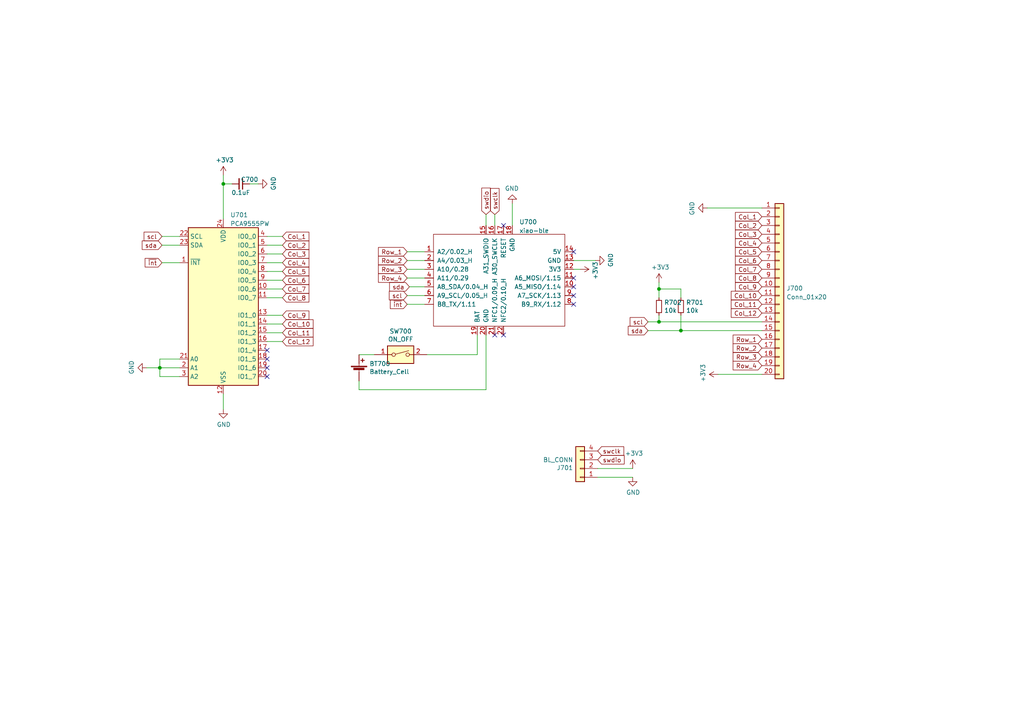
<source format=kicad_sch>
(kicad_sch (version 20211123) (generator eeschema)
  (paper "A4")
  (lib_symbols
    (symbol "Connector_Generic:Conn_01x04" (pin_names (offset 1.016) hide)
      (property "Reference" "J" (at 0 5.08 0))
      (property "Value" "Conn_01x04" (at 0 -7.62 0))
      (symbol "Conn_01x04_1_1"
        (rectangle (start -1.27 -4.953) (end 0 -5.207) (stroke (width 0.1524)))
        (rectangle (start -1.27 -2.413) (end 0 -2.667) (stroke (width 0.1524)))
        (rectangle (start -1.27 0.127) (end 0 -0.127) (stroke (width 0.1524)))
        (rectangle (start -1.27 2.667) (end 0 2.413) (stroke (width 0.1524)))
        (rectangle (start -1.27 3.81) (end 1.27 -6.35) (stroke (width 0.254)) (fill (type background)))
        (pin passive line (at -5.08 2.54 0) (length 3.81) (name "Pin_1") (number "1"))
        (pin passive line (at -5.08 0 0) (length 3.81) (name "Pin_2") (number "2"))
        (pin passive line (at -5.08 -2.54 0) (length 3.81) (name "Pin_3") (number "3"))
        (pin passive line (at -5.08 -5.08 0) (length 3.81) (name "Pin_4") (number "4"))
      )
    )
    (symbol "Connector_Generic:Conn_01x20" (pin_names (offset 1.016) hide)
      (property "Reference" "J" (at 0 25.4 0))
      (property "Value" "Conn_01x20" (at 0 -27.94 0))
      (symbol "Conn_01x20_1_1"
        (rectangle (start -1.27 -25.273) (end 0 -25.527) (stroke (width 0.1524)))
        (rectangle (start -1.27 -22.733) (end 0 -22.987) (stroke (width 0.1524)))
        (rectangle (start -1.27 -20.193) (end 0 -20.447) (stroke (width 0.1524)))
        (rectangle (start -1.27 -17.653) (end 0 -17.907) (stroke (width 0.1524)))
        (rectangle (start -1.27 -15.113) (end 0 -15.367) (stroke (width 0.1524)))
        (rectangle (start -1.27 -12.573) (end 0 -12.827) (stroke (width 0.1524)))
        (rectangle (start -1.27 -10.033) (end 0 -10.287) (stroke (width 0.1524)))
        (rectangle (start -1.27 -7.493) (end 0 -7.747) (stroke (width 0.1524)))
        (rectangle (start -1.27 -4.953) (end 0 -5.207) (stroke (width 0.1524)))
        (rectangle (start -1.27 -2.413) (end 0 -2.667) (stroke (width 0.1524)))
        (rectangle (start -1.27 0.127) (end 0 -0.127) (stroke (width 0.1524)))
        (rectangle (start -1.27 2.667) (end 0 2.413) (stroke (width 0.1524)))
        (rectangle (start -1.27 5.207) (end 0 4.953) (stroke (width 0.1524)))
        (rectangle (start -1.27 7.747) (end 0 7.493) (stroke (width 0.1524)))
        (rectangle (start -1.27 10.287) (end 0 10.033) (stroke (width 0.1524)))
        (rectangle (start -1.27 12.827) (end 0 12.573) (stroke (width 0.1524)))
        (rectangle (start -1.27 15.367) (end 0 15.113) (stroke (width 0.1524)))
        (rectangle (start -1.27 17.907) (end 0 17.653) (stroke (width 0.1524)))
        (rectangle (start -1.27 20.447) (end 0 20.193) (stroke (width 0.1524)))
        (rectangle (start -1.27 22.987) (end 0 22.733) (stroke (width 0.1524)))
        (rectangle (start -1.27 24.13) (end 1.27 -26.67) (stroke (width 0.254)) (fill (type background)))
        (pin passive line (at -5.08 22.86 0) (length 3.81) (name "Pin_1") (number "1"))
        (pin passive line (at -5.08 0 0) (length 3.81) (name "Pin_10") (number "10"))
        (pin passive line (at -5.08 -2.54 0) (length 3.81) (name "Pin_11") (number "11"))
        (pin passive line (at -5.08 -5.08 0) (length 3.81) (name "Pin_12") (number "12"))
        (pin passive line (at -5.08 -7.62 0) (length 3.81) (name "Pin_13") (number "13"))
        (pin passive line (at -5.08 -10.16 0) (length 3.81) (name "Pin_14") (number "14"))
        (pin passive line (at -5.08 -12.7 0) (length 3.81) (name "Pin_15") (number "15"))
        (pin passive line (at -5.08 -15.24 0) (length 3.81) (name "Pin_16") (number "16"))
        (pin passive line (at -5.08 -17.78 0) (length 3.81) (name "Pin_17") (number "17"))
        (pin passive line (at -5.08 -20.32 0) (length 3.81) (name "Pin_18") (number "18"))
        (pin passive line (at -5.08 -22.86 0) (length 3.81) (name "Pin_19") (number "19"))
        (pin passive line (at -5.08 20.32 0) (length 3.81) (name "Pin_2") (number "2"))
        (pin passive line (at -5.08 -25.4 0) (length 3.81) (name "Pin_20") (number "20"))
        (pin passive line (at -5.08 17.78 0) (length 3.81) (name "Pin_3") (number "3"))
        (pin passive line (at -5.08 15.24 0) (length 3.81) (name "Pin_4") (number "4"))
        (pin passive line (at -5.08 12.7 0) (length 3.81) (name "Pin_5") (number "5"))
        (pin passive line (at -5.08 10.16 0) (length 3.81) (name "Pin_6") (number "6"))
        (pin passive line (at -5.08 7.62 0) (length 3.81) (name "Pin_7") (number "7"))
        (pin passive line (at -5.08 5.08 0) (length 3.81) (name "Pin_8") (number "8"))
        (pin passive line (at -5.08 2.54 0) (length 3.81) (name "Pin_9") (number "9"))
      )
    )
    (symbol "Device:Battery_Cell" (pin_numbers hide) (pin_names (offset 0) hide)
      (property "Reference" "BT" (at 2.54 2.54 0))
      (property "Value" "Battery_Cell" (at 2.54 0 0))
      (symbol "Battery_Cell_0_1"
        (rectangle (start -2.286 1.778) (end 2.286 1.524) (fill (type outline)))
        (rectangle (start -1.5748 1.1938) (end 1.4732 0.6858) (fill (type outline)))
        (polyline (pts (xy 0 0.762) (xy 0 0)))
        (polyline (pts (xy 0 1.778) (xy 0 2.54)))
        (polyline (pts (xy 0.508 3.429) (xy 1.524 3.429)) (stroke (width 0.254)))
        (polyline (pts (xy 1.016 3.937) (xy 1.016 2.921)) (stroke (width 0.254)))
      )
      (symbol "Battery_Cell_1_1"
        (pin passive line (at 0 5.08 270) (length 2.54) (name "+") (number "1"))
        (pin passive line (at 0 -2.54 90) (length 2.54) (name "-") (number "2"))
      )
    )
    (symbol "Device:C_Small" (pin_numbers hide) (pin_names (offset 0.254) hide)
      (property "Reference" "C" (at 0.254 1.778 0))
      (property "Value" "C_Small" (at 0.254 -2.032 0))
      (symbol "C_Small_0_1"
        (polyline (pts (xy -1.524 -0.508) (xy 1.524 -0.508)) (stroke (width 0.3302)))
        (polyline (pts (xy -1.524 0.508) (xy 1.524 0.508)) (stroke (width 0.3048)))
      )
      (symbol "C_Small_1_1"
        (pin passive line (at 0 2.54 270) (length 2.032) (name "~") (number "1"))
        (pin passive line (at 0 -2.54 90) (length 2.032) (name "~") (number "2"))
      )
    )
    (symbol "Device:R_Small" (pin_numbers hide) (pin_names (offset 0.254) hide)
      (property "Reference" "R" (at 0.762 0.508 0))
      (property "Value" "R_Small" (at 0.762 -1.016 0))
      (symbol "R_Small_0_1"
        (rectangle (start -0.762 1.778) (end 0.762 -1.778) (stroke (width 0.2032)))
      )
      (symbol "R_Small_1_1"
        (pin passive line (at 0 2.54 270) (length 0.762) (name "~") (number "1"))
        (pin passive line (at 0 -2.54 90) (length 0.762) (name "~") (number "2"))
      )
    )
    (symbol "Interface_Expansion:PCA9555PW"
      (property "Reference" "U" (at -8.89 24.13 0))
      (property "Value" "PCA9555PW" (at 6.35 24.13 0))
      (symbol "PCA9555PW_0_1"
        (rectangle (start -10.16 22.86) (end 10.16 -22.86) (stroke (width 0.254)) (fill (type background)))
      )
      (symbol "PCA9555PW_1_1"
        (pin open_collector line (at -12.7 12.7 0) (length 2.54) (name "~{INT}") (number "1"))
        (pin bidirectional line (at 12.7 5.08 180) (length 2.54) (name "IO0_6") (number "10"))
        (pin bidirectional line (at 12.7 2.54 180) (length 2.54) (name "IO0_7") (number "11"))
        (pin power_in line (at 0 -25.4 90) (length 2.54) (name "VSS") (number "12"))
        (pin bidirectional line (at 12.7 -2.54 180) (length 2.54) (name "IO1_0") (number "13"))
        (pin bidirectional line (at 12.7 -5.08 180) (length 2.54) (name "IO1_1") (number "14"))
        (pin bidirectional line (at 12.7 -7.62 180) (length 2.54) (name "IO1_2") (number "15"))
        (pin bidirectional line (at 12.7 -10.16 180) (length 2.54) (name "IO1_3") (number "16"))
        (pin bidirectional line (at 12.7 -12.7 180) (length 2.54) (name "IO1_4") (number "17"))
        (pin bidirectional line (at 12.7 -15.24 180) (length 2.54) (name "IO1_5") (number "18"))
        (pin bidirectional line (at 12.7 -17.78 180) (length 2.54) (name "IO1_6") (number "19"))
        (pin input line (at -12.7 -17.78 0) (length 2.54) (name "A1") (number "2"))
        (pin bidirectional line (at 12.7 -20.32 180) (length 2.54) (name "IO1_7") (number "20"))
        (pin input line (at -12.7 -15.24 0) (length 2.54) (name "A0") (number "21"))
        (pin input line (at -12.7 20.32 0) (length 2.54) (name "SCL") (number "22"))
        (pin bidirectional line (at -12.7 17.78 0) (length 2.54) (name "SDA") (number "23"))
        (pin power_in line (at 0 25.4 270) (length 2.54) (name "VDD") (number "24"))
        (pin input line (at -12.7 -20.32 0) (length 2.54) (name "A2") (number "3"))
        (pin bidirectional line (at 12.7 20.32 180) (length 2.54) (name "IO0_0") (number "4"))
        (pin bidirectional line (at 12.7 17.78 180) (length 2.54) (name "IO0_1") (number "5"))
        (pin bidirectional line (at 12.7 15.24 180) (length 2.54) (name "IO0_2") (number "6"))
        (pin bidirectional line (at 12.7 12.7 180) (length 2.54) (name "IO0_3") (number "7"))
        (pin bidirectional line (at 12.7 10.16 180) (length 2.54) (name "IO0_4") (number "8"))
        (pin bidirectional line (at 12.7 7.62 180) (length 2.54) (name "IO0_5") (number "9"))
      )
    )
    (symbol "Switch:SW_DIP_x01" (pin_names (offset 0) hide)
      (property "Reference" "SW" (at 0 3.81 0))
      (property "Value" "SW_DIP_x01" (at 0 -3.81 0))
      (symbol "SW_DIP_x01_0_0"
        (circle (center -2.032 0) (radius 0.508))
        (polyline (pts (xy -1.524 0.127) (xy 2.3622 1.1684)))
        (circle (center 2.032 0) (radius 0.508))
      )
      (symbol "SW_DIP_x01_0_1"
        (rectangle (start -3.81 2.54) (end 3.81 -2.54) (stroke (width 0.254)) (fill (type background)))
      )
      (symbol "SW_DIP_x01_1_1"
        (pin passive line (at -7.62 0 0) (length 5.08) (name "~") (number "1"))
        (pin passive line (at 7.62 0 180) (length 5.08) (name "~") (number "2"))
      )
    )
    (symbol "mcu:xiao-ble" (pin_names (offset 1.016))
      (property "Reference" "U" (at -17.78 16.51 0))
      (property "Value" "xiao-ble" (at -15.24 13.97 0))
      (symbol "xiao-ble_0_1"
        (rectangle (start -19.05 12.7) (end 19.05 -13.97))
      )
      (symbol "xiao-ble_1_1"
        (pin bidirectional line (at -21.59 7.62 0) (length 2.54) (name "A2/0.02_H") (number "1"))
        (pin bidirectional line (at 21.59 -2.54 180) (length 2.54) (name "A5_MISO/1.14") (number "10"))
        (pin bidirectional line (at 21.59 0 180) (length 2.54) (name "A6_MOSI/1.15") (number "11"))
        (pin power_out line (at 21.59 2.54 180) (length 2.54) (name "3V3") (number "12"))
        (pin power_out line (at 21.59 5.08 180) (length 2.54) (name "GND") (number "13"))
        (pin power_out line (at 21.59 7.62 180) (length 2.54) (name "5V") (number "14"))
        (pin input line (at -3.81 15.24 270) (length 2.54) (name "A31_SWDIO") (number "15"))
        (pin input line (at -1.27 15.24 270) (length 2.54) (name "A30_SWCLK") (number "16"))
        (pin input line (at 1.27 15.24 270) (length 2.54) (name "RESET") (number "17"))
        (pin power_out line (at 3.81 15.24 270) (length 2.54) (name "GND") (number "18"))
        (pin bidirectional line (at -6.35 -16.51 90) (length 2.54) (name "BAT") (number "19"))
        (pin bidirectional line (at -21.59 5.08 0) (length 2.54) (name "A4/0.03_H") (number "2"))
        (pin power_out line (at -3.81 -16.51 90) (length 2.54) (name "GND") (number "20"))
        (pin bidirectional line (at -1.27 -16.51 90) (length 2.54) (name "NFC1/0.09_H") (number "21"))
        (pin bidirectional line (at 1.27 -16.51 90) (length 2.54) (name "NFC2/0.10_H") (number "22"))
        (pin bidirectional line (at -21.59 2.54 0) (length 2.54) (name "A10/0.28") (number "3"))
        (pin bidirectional line (at -21.59 0 0) (length 2.54) (name "A11/0.29") (number "4"))
        (pin bidirectional line (at -21.59 -2.54 0) (length 2.54) (name "A8_SDA/0.04_H") (number "5"))
        (pin bidirectional line (at -21.59 -5.08 0) (length 2.54) (name "A9_SCL/0.05_H") (number "6"))
        (pin bidirectional line (at -21.59 -7.62 0) (length 2.54) (name "B8_TX/1.11") (number "7"))
        (pin bidirectional line (at 21.59 -7.62 180) (length 2.54) (name "B9_RX/1.12") (number "8"))
        (pin bidirectional line (at 21.59 -5.08 180) (length 2.54) (name "A7_SCK/1.13") (number "9"))
      )
    )
    (symbol "power:+3V3" (power) (pin_names (offset 0))
      (property "Value" "+3V3" (at 0 3.556 0))
      (symbol "+3V3_0_1"
        (polyline (pts (xy -0.762 1.27) (xy 0 2.54)))
        (polyline (pts (xy 0 0) (xy 0 2.54)))
        (polyline (pts (xy 0 2.54) (xy 0.762 1.27)))
      )
      (symbol "+3V3_1_1"
        (pin power_in line (at 0 0 90) (length 0) hide (name "+3V3") (number "1"))
      )
    )
    (symbol "power:GND" (power) (pin_names (offset 0))
      (property "Value" "GND" (at 0 -3.81 0))
      (symbol "GND_0_1"
        (polyline (pts (xy 0 0) (xy 0 -1.27) (xy 1.27 -1.27) (xy 0 -2.54) (xy -1.27 -1.27) (xy 0 -1.27)))
      )
      (symbol "GND_1_1"
        (pin power_in line (at 0 0 270) (length 0) hide (name "GND") (number "1"))
      )
    )
  )
  (junction (at 197.485 95.885))
  (junction (at 64.77 53.34))
  (junction (at 191.135 83.82))
  (junction (at 46.355 106.68))
  (junction (at 191.135 93.345))
  (no_connect (at 166.37 85.725))
  (no_connect (at 166.37 73.025))
  (no_connect (at 146.05 65.405))
  (no_connect (at 77.47 104.14))
  (no_connect (at 77.47 101.6))
  (no_connect (at 146.05 97.155))
  (no_connect (at 143.51 97.155))
  (no_connect (at 166.37 83.185))
  (no_connect (at 77.47 106.68))
  (no_connect (at 166.37 80.645))
  (no_connect (at 77.47 109.22))
  (no_connect (at 166.37 88.265))
  (wire (pts (xy 197.485 91.44) (xy 197.485 95.885)))
  (wire (pts (xy 52.07 106.68) (xy 46.355 106.68)))
  (wire (pts (xy 148.59 59.055) (xy 148.59 65.405)))
  (wire (pts (xy 173.355 138.43) (xy 183.515 138.43)))
  (wire (pts (xy 191.135 83.82) (xy 197.485 83.82)))
  (wire (pts (xy 104.14 113.03) (xy 104.14 110.49)))
  (wire (pts (xy 140.97 62.23) (xy 140.97 65.405)))
  (wire (pts (xy 64.77 53.34) (xy 64.77 63.5)))
  (wire (pts (xy 46.99 71.12) (xy 52.07 71.12)))
  (wire (pts (xy 81.915 83.82) (xy 77.47 83.82)))
  (wire (pts (xy 42.545 106.68) (xy 46.355 106.68)))
  (wire (pts (xy 143.51 62.23) (xy 143.51 65.405)))
  (wire (pts (xy 191.135 91.44) (xy 191.135 93.345)))
  (wire (pts (xy 46.355 109.22) (xy 52.07 109.22)))
  (wire (pts (xy 64.77 50.8) (xy 64.77 53.34)))
  (wire (pts (xy 81.915 86.36) (xy 77.47 86.36)))
  (wire (pts (xy 118.11 73.025) (xy 123.19 73.025)))
  (wire (pts (xy 191.135 81.915) (xy 191.135 83.82)))
  (wire (pts (xy 187.96 93.345) (xy 191.135 93.345)))
  (wire (pts (xy 46.355 106.68) (xy 46.355 109.22)))
  (wire (pts (xy 197.485 83.82) (xy 197.485 86.36)))
  (wire (pts (xy 173.355 135.89) (xy 183.515 135.89)))
  (wire (pts (xy 46.99 68.58) (xy 52.07 68.58)))
  (wire (pts (xy 191.135 83.82) (xy 191.135 86.36)))
  (wire (pts (xy 81.915 71.12) (xy 77.47 71.12)))
  (wire (pts (xy 81.915 93.98) (xy 77.47 93.98)))
  (wire (pts (xy 81.915 81.28) (xy 77.47 81.28)))
  (wire (pts (xy 81.915 76.2) (xy 77.47 76.2)))
  (wire (pts (xy 118.11 75.565) (xy 123.19 75.565)))
  (wire (pts (xy 72.39 53.34) (xy 74.93 53.34)))
  (wire (pts (xy 168.275 78.105) (xy 166.37 78.105)))
  (wire (pts (xy 140.97 97.155) (xy 140.97 113.03)))
  (wire (pts (xy 46.99 76.2) (xy 52.07 76.2)))
  (wire (pts (xy 81.915 99.06) (xy 77.47 99.06)))
  (wire (pts (xy 81.915 91.44) (xy 77.47 91.44)))
  (wire (pts (xy 197.485 95.885) (xy 220.98 95.885)))
  (wire (pts (xy 52.07 104.14) (xy 46.355 104.14)))
  (wire (pts (xy 118.745 83.185) (xy 123.19 83.185)))
  (wire (pts (xy 67.31 53.34) (xy 64.77 53.34)))
  (wire (pts (xy 172.72 75.565) (xy 166.37 75.565)))
  (wire (pts (xy 123.825 102.87) (xy 138.43 102.87)))
  (wire (pts (xy 64.77 118.745) (xy 64.77 114.3)))
  (wire (pts (xy 81.915 78.74) (xy 77.47 78.74)))
  (wire (pts (xy 140.97 113.03) (xy 104.14 113.03)))
  (wire (pts (xy 208.28 108.585) (xy 220.98 108.585)))
  (wire (pts (xy 118.11 78.105) (xy 123.19 78.105)))
  (wire (pts (xy 118.11 88.265) (xy 123.19 88.265)))
  (wire (pts (xy 81.915 73.66) (xy 77.47 73.66)))
  (wire (pts (xy 104.14 102.87) (xy 108.585 102.87)))
  (wire (pts (xy 46.355 104.14) (xy 46.355 106.68)))
  (wire (pts (xy 187.96 95.885) (xy 197.485 95.885)))
  (wire (pts (xy 118.11 80.645) (xy 123.19 80.645)))
  (wire (pts (xy 118.11 85.725) (xy 123.19 85.725)))
  (wire (pts (xy 191.135 93.345) (xy 220.98 93.345)))
  (wire (pts (xy 205.105 60.325) (xy 220.98 60.325)))
  (wire (pts (xy 81.915 68.58) (xy 77.47 68.58)))
  (wire (pts (xy 81.915 96.52) (xy 77.47 96.52)))
  (wire (pts (xy 138.43 102.87) (xy 138.43 97.155)))
  (global_label "Col_8" (shape input) (at 220.98 80.645 180) (property "Intersheet References" "${INTERSHEET_REFS}" (effects hide)))
  (global_label "scl" (shape input) (at 118.11 85.725 180) (property "Intersheetrefs" "${INTERSHEET_REFS}" (effects hide)))
  (global_label "Col_6" (shape input) (at 220.98 75.565 180) (property "Intersheet References" "${INTERSHEET_REFS}" (effects hide)))
  (global_label "Col_5" (shape input) (at 220.98 73.025 180) (property "Intersheet References" "${INTERSHEET_REFS}" (effects hide)))
  (global_label "Col_12" (shape input) (at 220.98 90.805 180) (property "Intersheet References" "${INTERSHEET_REFS}" (effects hide)))
  (global_label "scl" (shape input) (at 46.99 68.58 180) (property "Intersheetrefs" "${INTERSHEET_REFS}" (effects hide)))
  (global_label "swdio" (shape input) (at 173.355 133.35 0) (property "Intersheetrefs" "${INTERSHEET_REFS}" (effects hide)))
  (global_label "Row_3" (shape input) (at 118.11 78.105 180) (property "Intersheet References" "${INTERSHEET_REFS}" (effects hide)))
  (global_label "Col_3" (shape input) (at 220.98 67.945 180) (property "Intersheet References" "${INTERSHEET_REFS}" (effects hide)))
  (global_label "~{int}" (shape input) (at 118.11 88.265 180) (property "Intersheetrefs" "${INTERSHEET_REFS}" (effects hide)))
  (global_label "Col_11" (shape input) (at 220.98 88.265 180) (property "Intersheet References" "${INTERSHEET_REFS}" (effects hide)))
  (global_label "Col_6" (shape input) (at 81.915 81.28 0) (property "Intersheet References" "${INTERSHEET_REFS}" (effects hide)))
  (global_label "sda" (shape input) (at 46.99 71.12 180) (property "Intersheetrefs" "${INTERSHEET_REFS}" (effects hide)))
  (global_label "Col_3" (shape input) (at 81.915 73.66 0) (property "Intersheet References" "${INTERSHEET_REFS}" (effects hide)))
  (global_label "scl" (shape input) (at 187.96 93.345 180) (property "Intersheetrefs" "${INTERSHEET_REFS}" (effects hide)))
  (global_label "Col_8" (shape input) (at 81.915 86.36 0) (property "Intersheet References" "${INTERSHEET_REFS}" (effects hide)))
  (global_label "Col_9" (shape input) (at 220.98 83.185 180) (property "Intersheet References" "${INTERSHEET_REFS}" (effects hide)))
  (global_label "Row_1" (shape input) (at 118.11 73.025 180) (property "Intersheet References" "${INTERSHEET_REFS}" (effects hide)))
  (global_label "Row_3" (shape input) (at 220.98 103.505 180) (property "Intersheet References" "${INTERSHEET_REFS}" (effects hide)))
  (global_label "Col_4" (shape input) (at 81.915 76.2 0) (property "Intersheet References" "${INTERSHEET_REFS}" (effects hide)))
  (global_label "Col_9" (shape input) (at 81.915 91.44 0) (property "Intersheet References" "${INTERSHEET_REFS}" (effects hide)))
  (global_label "Row_4" (shape input) (at 220.98 106.045 180) (property "Intersheet References" "${INTERSHEET_REFS}" (effects hide)))
  (global_label "Col_1" (shape input) (at 81.915 68.58 0) (property "Intersheet References" "${INTERSHEET_REFS}" (effects hide)))
  (global_label "Col_2" (shape input) (at 220.98 65.405 180) (property "Intersheet References" "${INTERSHEET_REFS}" (effects hide)))
  (global_label "Col_10" (shape input) (at 220.98 85.725 180) (property "Intersheet References" "${INTERSHEET_REFS}" (effects hide)))
  (global_label "Col_12" (shape input) (at 81.915 99.06 0) (property "Intersheet References" "${INTERSHEET_REFS}" (effects hide)))
  (global_label "Col_10" (shape input) (at 81.915 93.98 0) (property "Intersheet References" "${INTERSHEET_REFS}" (effects hide)))
  (global_label "swclk" (shape input) (at 143.51 62.23 90) (property "Intersheetrefs" "${INTERSHEET_REFS}" (effects hide)))
  (global_label "Col_7" (shape input) (at 220.98 78.105 180) (property "Intersheet References" "${INTERSHEET_REFS}" (effects hide)))
  (global_label "swdio" (shape input) (at 140.97 62.23 90) (property "Intersheetrefs" "${INTERSHEET_REFS}" (effects hide)))
  (global_label "Col_4" (shape input) (at 220.98 70.485 180) (property "Intersheet References" "${INTERSHEET_REFS}" (effects hide)))
  (global_label "sda" (shape input) (at 187.96 95.885 180) (property "Intersheetrefs" "${INTERSHEET_REFS}" (effects hide)))
  (global_label "Col_2" (shape input) (at 81.915 71.12 0) (property "Intersheet References" "${INTERSHEET_REFS}" (effects hide)))
  (global_label "Row_2" (shape input) (at 220.98 100.965 180) (property "Intersheet References" "${INTERSHEET_REFS}" (effects hide)))
  (global_label "swclk" (shape input) (at 173.355 130.81 0) (property "Intersheetrefs" "${INTERSHEET_REFS}" (effects hide)))
  (global_label "~{int}" (shape input) (at 46.99 76.2 180) (property "Intersheetrefs" "${INTERSHEET_REFS}" (effects hide)))
  (global_label "Col_11" (shape input) (at 81.915 96.52 0) (property "Intersheet References" "${INTERSHEET_REFS}" (effects hide)))
  (global_label "Col_1" (shape input) (at 220.98 62.865 180) (property "Intersheet References" "${INTERSHEET_REFS}" (effects hide)))
  (global_label "Col_5" (shape input) (at 81.915 78.74 0) (property "Intersheet References" "${INTERSHEET_REFS}" (effects hide)))
  (global_label "Row_4" (shape input) (at 118.11 80.645 180) (property "Intersheet References" "${INTERSHEET_REFS}" (effects hide)))
  (global_label "Col_7" (shape input) (at 81.915 83.82 0) (property "Intersheet References" "${INTERSHEET_REFS}" (effects hide)))
  (global_label "Row_2" (shape input) (at 118.11 75.565 180) (property "Intersheet References" "${INTERSHEET_REFS}" (effects hide)))
  (global_label "sda" (shape input) (at 118.745 83.185 180) (property "Intersheetrefs" "${INTERSHEET_REFS}" (effects hide)))
  (global_label "Row_1" (shape input) (at 220.98 98.425 180) (property "Intersheet References" "${INTERSHEET_REFS}" (effects hide)))
  (symbol (lib_id "power:+3V3") (at 64.77 50.8 0) (unit 1)
    (property "Reference" "#PWR02" (effects hide))
    (property "Value" "+3V3" (at 65.151 46.4058 0))
  )
  (symbol (lib_id "power:GND") (at 183.515 138.43 0) (unit 1)
    (property "Reference" "#PWR09" (effects hide))
    (property "Value" "GND" (at 183.642 142.8242 0))
  )
  (symbol (lib_id "Device:R_Small") (at 191.135 88.9 0) (unit 1)
    (property "Reference" "R702" (at 192.6336 87.7316 0) (effects (justify left)))
    (property "Value" "10k" (at 192.6336 90.043 0) (effects (justify left)))
    (property "Footprint" "Resistor_SMD:R_0805_2012Metric" (effects hide))
  )
  (symbol (lib_id "power:GND") (at 74.93 53.34 90) (unit 1)
    (property "Reference" "#PWR04" (effects hide))
    (property "Value" "GND" (at 79.3242 53.213 0))
  )
  (symbol (lib_id "power:GND") (at 148.59 59.055 180) (unit 1)
    (property "Reference" "#PWR05" (effects hide))
    (property "Value" "GND" (at 148.463 54.6608 0))
  )
  (symbol (lib_id "Connector_Generic:Conn_01x04") (at 168.275 135.89 180) (unit 1)
    (property "Reference" "J701" (at 166.243 135.6868 0) (effects (justify left)))
    (property "Value" "BL_CONN" (at 166.243 133.3754 0) (effects (justify left)))
    (property "Footprint" "Connector_PinHeader_2.54mm:PinHeader_1x04_P2.54mm_Vertical" (effects hide))
  )
  (symbol (lib_id "power:GND") (at 64.77 118.745 0) (unit 1)
    (property "Reference" "#PWR03" (effects hide))
    (property "Value" "GND" (at 64.897 123.1392 0))
  )
  (symbol (lib_id "power:+3V3") (at 191.135 81.915 0) (unit 1)
    (property "Reference" "#PWR010" (effects hide))
    (property "Value" "+3V3" (at 191.516 77.5208 0))
  )
  (symbol (lib_id "power:+3V3") (at 208.28 108.585 90) (unit 1)
    (property "Reference" "#PWR012" (effects hide))
    (property "Value" "+3V3" (at 203.8858 108.204 0))
  )
  (symbol (lib_id "Interface_Expansion:PCA9555PW") (at 64.77 88.9 0) (unit 1)
    (property "Reference" "U701" (at 66.7894 62.3402 0) (effects (justify left)))
    (property "Value" "PCA9555PW" (at 66.7894 64.8771 0) (effects (justify left)))
    (property "Footprint" "Package_SO:TSSOP-24_4.4x7.8mm_P0.65mm" (effects hide))
    (property "Datasheet" "https://www.nxp.com/docs/en/data-sheet/PCA9555.pdf" (effects hide))
  )
  (symbol (lib_id "Switch:SW_DIP_x01") (at 116.205 102.87 0) (unit 1)
    (property "Reference" "SW700" (at 116.205 96.0882 0))
    (property "Value" "ON_OFF" (at 116.205 98.3996 0))
    (property "Footprint" "weteor:switch_MSK-12C02_smd" (effects hide))
  )
  (symbol (lib_id "power:+3V3") (at 168.275 78.105 270) (unit 1)
    (property "Reference" "#PWR06" (effects hide))
    (property "Value" "+3V3" (at 172.6692 78.486 0))
  )
  (symbol (lib_id "power:GND") (at 172.72 75.565 90) (unit 1)
    (property "Reference" "#PWR07" (effects hide))
    (property "Value" "GND" (at 177.1142 75.438 0))
  )
  (symbol (lib_id "power:GND") (at 42.545 106.68 270) (mirror x) (unit 1)
    (property "Reference" "#PWR01" (effects hide))
    (property "Value" "GND" (at 38.1508 106.553 0))
  )
  (symbol (lib_id "Device:Battery_Cell") (at 104.14 107.95 0) (unit 1)
    (property "Reference" "BT700" (at 107.1372 105.5116 0) (effects (justify left)))
    (property "Value" "Battery_Cell" (at 107.1372 107.823 0) (effects (justify left)))
    (property "Footprint" "Connector_Molex:Molex_PicoBlade_53048-0210_1x02_P1.25mm_Horizontal" (effects hide))
  )
  (symbol (lib_id "Device:C_Small") (at 69.85 53.34 270) (unit 1)
    (property "Reference" "C700" (at 72.39 52.07 90))
    (property "Value" "0.1uF" (at 69.85 55.88 90))
    (property "Footprint" "Capacitor_SMD:C_0805_2012Metric" (effects hide))
  )
  (symbol (lib_id "Device:R_Small") (at 197.485 88.9 0) (unit 1)
    (property "Reference" "R701" (at 198.9836 87.7316 0) (effects (justify left)))
    (property "Value" "10k" (at 198.9836 90.043 0) (effects (justify left)))
    (property "Footprint" "Resistor_SMD:R_0805_2012Metric" (effects hide))
  )
  (symbol (lib_id "mcu:xiao-ble") (at 144.78 80.645 0) (unit 1)
    (property "Reference" "U700" (at 150.6094 64.3722 0) (effects (justify left)))
    (property "Value" "xiao-ble" (at 150.6094 66.9091 0) (effects (justify left)))
    (property "Footprint" "mcu:xiao-ble-smd-cutout" (effects hide))
  )
  (symbol (lib_id "power:+3V3") (at 183.515 135.89 0) (unit 1)
    (property "Reference" "#PWR08" (effects hide))
    (property "Value" "+3V3" (at 183.896 131.4958 0))
  )
  (symbol (lib_id "power:GND") (at 205.105 60.325 270) (unit 1)
    (property "Reference" "#PWR011" (effects hide))
    (property "Value" "GND" (at 200.7108 60.452 0))
  )
  (symbol (lib_id "Connector_Generic:Conn_01x20") (at 226.06 83.185 0) (unit 1)
    (property "Reference" "J700" (at 228.092 83.6203 0) (effects (justify left)))
    (property "Value" "Conn_01x20" (at 228.092 86.1572 0) (effects (justify left)))
    (property "Footprint" "weteor:FCC 20pin" (effects hide))
  )
)
</source>
